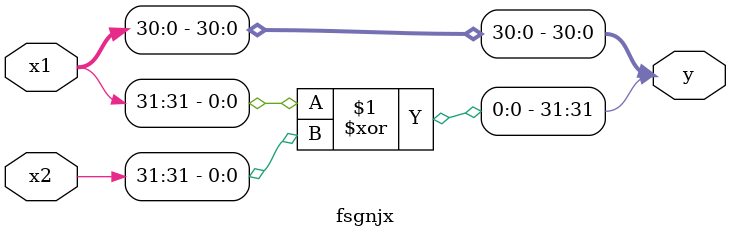
<source format=sv>
`timescale 1ns / 1ps


module fsgnj(
    input wire [31:0] x1,
    input wire [31:0] x2,
    output wire [31:0] y
    );
    assign y = {x2[31], x1[30:0]};
endmodule

module fsgnjn(
    input wire [31:0] x1,
    input wire [31:0] x2,
    output wire [31:0] y
    );
    assign y = {~x2[31], x1[30:0]};
endmodule

module fsgnjx(
    input wire [31:0] x1,
    input wire [31:0] x2,
    output wire [31:0] y
    );
    assign y = {x1[31] ^ x2[31], x1[30:0]};
endmodule


</source>
